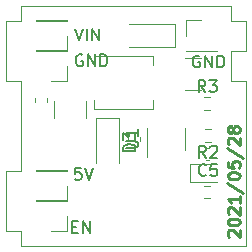
<source format=gbr>
%TF.GenerationSoftware,KiCad,Pcbnew,(5.1.9)-1*%
%TF.CreationDate,2021-06-07T16:13:34+02:00*%
%TF.ProjectId,16_STEP_DOWN,31365f53-5445-4505-9f44-4f574e2e6b69,rev?*%
%TF.SameCoordinates,Original*%
%TF.FileFunction,Legend,Top*%
%TF.FilePolarity,Positive*%
%FSLAX46Y46*%
G04 Gerber Fmt 4.6, Leading zero omitted, Abs format (unit mm)*
G04 Created by KiCad (PCBNEW (5.1.9)-1) date 2021-06-07 16:13:34*
%MOMM*%
%LPD*%
G01*
G04 APERTURE LIST*
%ADD10C,0.150000*%
%TA.AperFunction,Profile*%
%ADD11C,0.050000*%
%TD*%
%ADD12C,0.250000*%
%ADD13C,0.120000*%
G04 APERTURE END LIST*
D10*
X105901904Y-79668571D02*
X106235238Y-79668571D01*
X106378095Y-80192380D02*
X105901904Y-80192380D01*
X105901904Y-79192380D01*
X106378095Y-79192380D01*
X106806666Y-80192380D02*
X106806666Y-79192380D01*
X107378095Y-80192380D01*
X107378095Y-79192380D01*
X116678095Y-65240000D02*
X116582857Y-65192380D01*
X116440000Y-65192380D01*
X116297142Y-65240000D01*
X116201904Y-65335238D01*
X116154285Y-65430476D01*
X116106666Y-65620952D01*
X116106666Y-65763809D01*
X116154285Y-65954285D01*
X116201904Y-66049523D01*
X116297142Y-66144761D01*
X116440000Y-66192380D01*
X116535238Y-66192380D01*
X116678095Y-66144761D01*
X116725714Y-66097142D01*
X116725714Y-65763809D01*
X116535238Y-65763809D01*
X117154285Y-66192380D02*
X117154285Y-65192380D01*
X117725714Y-66192380D01*
X117725714Y-65192380D01*
X118201904Y-66192380D02*
X118201904Y-65192380D01*
X118440000Y-65192380D01*
X118582857Y-65240000D01*
X118678095Y-65335238D01*
X118725714Y-65430476D01*
X118773333Y-65620952D01*
X118773333Y-65763809D01*
X118725714Y-65954285D01*
X118678095Y-66049523D01*
X118582857Y-66144761D01*
X118440000Y-66192380D01*
X118201904Y-66192380D01*
X106144761Y-62892380D02*
X106478095Y-63892380D01*
X106811428Y-62892380D01*
X107144761Y-63892380D02*
X107144761Y-62892380D01*
X107620952Y-63892380D02*
X107620952Y-62892380D01*
X108192380Y-63892380D01*
X108192380Y-62892380D01*
D11*
X119380000Y-67310000D02*
X120650000Y-67310000D01*
X119380000Y-64770000D02*
X119380000Y-67310000D01*
X120650000Y-64770000D02*
X119380000Y-64770000D01*
X120650000Y-62230000D02*
X120650000Y-64770000D01*
X119380000Y-62230000D02*
X120650000Y-62230000D01*
X119380000Y-60960000D02*
X119380000Y-62230000D01*
D10*
X106649523Y-74692380D02*
X106173333Y-74692380D01*
X106125714Y-75168571D01*
X106173333Y-75120952D01*
X106268571Y-75073333D01*
X106506666Y-75073333D01*
X106601904Y-75120952D01*
X106649523Y-75168571D01*
X106697142Y-75263809D01*
X106697142Y-75501904D01*
X106649523Y-75597142D01*
X106601904Y-75644761D01*
X106506666Y-75692380D01*
X106268571Y-75692380D01*
X106173333Y-75644761D01*
X106125714Y-75597142D01*
X106982857Y-74692380D02*
X107316190Y-75692380D01*
X107649523Y-74692380D01*
D11*
X113665000Y-60960000D02*
X119380000Y-60960000D01*
X114935000Y-81280000D02*
X120650000Y-81280000D01*
X101600000Y-62230000D02*
X101600000Y-60960000D01*
X100330000Y-62230000D02*
X101600000Y-62230000D01*
X100330000Y-64770000D02*
X100330000Y-62230000D01*
X101600000Y-67310000D02*
X100330000Y-67310000D01*
X101600000Y-74930000D02*
X101600000Y-67310000D01*
X100330000Y-74930000D02*
X101600000Y-74930000D01*
D10*
X106778095Y-65140000D02*
X106682857Y-65092380D01*
X106540000Y-65092380D01*
X106397142Y-65140000D01*
X106301904Y-65235238D01*
X106254285Y-65330476D01*
X106206666Y-65520952D01*
X106206666Y-65663809D01*
X106254285Y-65854285D01*
X106301904Y-65949523D01*
X106397142Y-66044761D01*
X106540000Y-66092380D01*
X106635238Y-66092380D01*
X106778095Y-66044761D01*
X106825714Y-65997142D01*
X106825714Y-65663809D01*
X106635238Y-65663809D01*
X107254285Y-66092380D02*
X107254285Y-65092380D01*
X107825714Y-66092380D01*
X107825714Y-65092380D01*
X108301904Y-66092380D02*
X108301904Y-65092380D01*
X108540000Y-65092380D01*
X108682857Y-65140000D01*
X108778095Y-65235238D01*
X108825714Y-65330476D01*
X108873333Y-65520952D01*
X108873333Y-65663809D01*
X108825714Y-65854285D01*
X108778095Y-65949523D01*
X108682857Y-66044761D01*
X108540000Y-66092380D01*
X108301904Y-66092380D01*
D11*
X120650000Y-67310000D02*
X120650000Y-81280000D01*
X101600000Y-60960000D02*
X113665000Y-60960000D01*
X101600000Y-80010000D02*
X101600000Y-81280000D01*
X100330000Y-80010000D02*
X101600000Y-80010000D01*
X100330000Y-64770000D02*
X100330000Y-67310000D01*
X114935000Y-81280000D02*
X101600000Y-81280000D01*
X100330000Y-80010000D02*
X100330000Y-74930000D01*
D12*
X119187619Y-80506666D02*
X119140000Y-80459047D01*
X119092380Y-80363809D01*
X119092380Y-80125714D01*
X119140000Y-80030476D01*
X119187619Y-79982857D01*
X119282857Y-79935238D01*
X119378095Y-79935238D01*
X119520952Y-79982857D01*
X120092380Y-80554285D01*
X120092380Y-79935238D01*
X119092380Y-79316190D02*
X119092380Y-79220952D01*
X119140000Y-79125714D01*
X119187619Y-79078095D01*
X119282857Y-79030476D01*
X119473333Y-78982857D01*
X119711428Y-78982857D01*
X119901904Y-79030476D01*
X119997142Y-79078095D01*
X120044761Y-79125714D01*
X120092380Y-79220952D01*
X120092380Y-79316190D01*
X120044761Y-79411428D01*
X119997142Y-79459047D01*
X119901904Y-79506666D01*
X119711428Y-79554285D01*
X119473333Y-79554285D01*
X119282857Y-79506666D01*
X119187619Y-79459047D01*
X119140000Y-79411428D01*
X119092380Y-79316190D01*
X119187619Y-78601904D02*
X119140000Y-78554285D01*
X119092380Y-78459047D01*
X119092380Y-78220952D01*
X119140000Y-78125714D01*
X119187619Y-78078095D01*
X119282857Y-78030476D01*
X119378095Y-78030476D01*
X119520952Y-78078095D01*
X120092380Y-78649523D01*
X120092380Y-78030476D01*
X120092380Y-77078095D02*
X120092380Y-77649523D01*
X120092380Y-77363809D02*
X119092380Y-77363809D01*
X119235238Y-77459047D01*
X119330476Y-77554285D01*
X119378095Y-77649523D01*
X119044761Y-75935238D02*
X120330476Y-76792380D01*
X119092380Y-75411428D02*
X119092380Y-75316190D01*
X119140000Y-75220952D01*
X119187619Y-75173333D01*
X119282857Y-75125714D01*
X119473333Y-75078095D01*
X119711428Y-75078095D01*
X119901904Y-75125714D01*
X119997142Y-75173333D01*
X120044761Y-75220952D01*
X120092380Y-75316190D01*
X120092380Y-75411428D01*
X120044761Y-75506666D01*
X119997142Y-75554285D01*
X119901904Y-75601904D01*
X119711428Y-75649523D01*
X119473333Y-75649523D01*
X119282857Y-75601904D01*
X119187619Y-75554285D01*
X119140000Y-75506666D01*
X119092380Y-75411428D01*
X119092380Y-74173333D02*
X119092380Y-74649523D01*
X119568571Y-74697142D01*
X119520952Y-74649523D01*
X119473333Y-74554285D01*
X119473333Y-74316190D01*
X119520952Y-74220952D01*
X119568571Y-74173333D01*
X119663809Y-74125714D01*
X119901904Y-74125714D01*
X119997142Y-74173333D01*
X120044761Y-74220952D01*
X120092380Y-74316190D01*
X120092380Y-74554285D01*
X120044761Y-74649523D01*
X119997142Y-74697142D01*
X119044761Y-72982857D02*
X120330476Y-73840000D01*
X119187619Y-72697142D02*
X119140000Y-72649523D01*
X119092380Y-72554285D01*
X119092380Y-72316190D01*
X119140000Y-72220952D01*
X119187619Y-72173333D01*
X119282857Y-72125714D01*
X119378095Y-72125714D01*
X119520952Y-72173333D01*
X120092380Y-72744761D01*
X120092380Y-72125714D01*
X119520952Y-71554285D02*
X119473333Y-71649523D01*
X119425714Y-71697142D01*
X119330476Y-71744761D01*
X119282857Y-71744761D01*
X119187619Y-71697142D01*
X119140000Y-71649523D01*
X119092380Y-71554285D01*
X119092380Y-71363809D01*
X119140000Y-71268571D01*
X119187619Y-71220952D01*
X119282857Y-71173333D01*
X119330476Y-71173333D01*
X119425714Y-71220952D01*
X119473333Y-71268571D01*
X119520952Y-71363809D01*
X119520952Y-71554285D01*
X119568571Y-71649523D01*
X119616190Y-71697142D01*
X119711428Y-71744761D01*
X119901904Y-71744761D01*
X119997142Y-71697142D01*
X120044761Y-71649523D01*
X120092380Y-71554285D01*
X120092380Y-71363809D01*
X120044761Y-71268571D01*
X119997142Y-71220952D01*
X119901904Y-71173333D01*
X119711428Y-71173333D01*
X119616190Y-71220952D01*
X119568571Y-71268571D01*
X119520952Y-71363809D01*
D13*
%TO.C,C5*%
X117530580Y-72980000D02*
X117249420Y-72980000D01*
X117530580Y-74000000D02*
X117249420Y-74000000D01*
%TO.C,R3*%
X117102742Y-68717500D02*
X117577258Y-68717500D01*
X117102742Y-69762500D02*
X117577258Y-69762500D01*
%TO.C,R2*%
X117627258Y-71417500D02*
X117152742Y-71417500D01*
X117627258Y-72462500D02*
X117152742Y-72462500D01*
%TO.C,J5*%
X105470000Y-77530000D02*
X104140000Y-77530000D01*
X105470000Y-76200000D02*
X105470000Y-77530000D01*
X105470000Y-74930000D02*
X102810000Y-74930000D01*
X102810000Y-74930000D02*
X102810000Y-74870000D01*
X105470000Y-74930000D02*
X105470000Y-74870000D01*
X105470000Y-74870000D02*
X102810000Y-74870000D01*
%TO.C,J1*%
X105470000Y-80070000D02*
X104140000Y-80070000D01*
X105470000Y-78740000D02*
X105470000Y-80070000D01*
X105470000Y-77470000D02*
X102810000Y-77470000D01*
X102810000Y-77470000D02*
X102810000Y-77410000D01*
X105470000Y-77470000D02*
X105470000Y-77410000D01*
X105470000Y-77410000D02*
X102810000Y-77410000D01*
%TO.C,J3*%
X105470000Y-64830000D02*
X104140000Y-64830000D01*
X105470000Y-63500000D02*
X105470000Y-64830000D01*
X105470000Y-62230000D02*
X102810000Y-62230000D01*
X102810000Y-62230000D02*
X102810000Y-62170000D01*
X105470000Y-62230000D02*
X105470000Y-62170000D01*
X105470000Y-62170000D02*
X102810000Y-62170000D01*
%TO.C,J4*%
X105470000Y-67370000D02*
X104140000Y-67370000D01*
X105470000Y-66040000D02*
X105470000Y-67370000D01*
X105470000Y-64770000D02*
X102810000Y-64770000D01*
X102810000Y-64770000D02*
X102810000Y-64710000D01*
X105470000Y-64770000D02*
X105470000Y-64710000D01*
X105470000Y-64710000D02*
X102810000Y-64710000D01*
%TO.C,J2*%
X115510000Y-62170000D02*
X116840000Y-62170000D01*
X115510000Y-63500000D02*
X115510000Y-62170000D01*
X115510000Y-64770000D02*
X118170000Y-64770000D01*
X118170000Y-64770000D02*
X118170000Y-64830000D01*
X115510000Y-64770000D02*
X115510000Y-64830000D01*
X115510000Y-64830000D02*
X118170000Y-64830000D01*
%TO.C,C3*%
X102730000Y-68799420D02*
X102730000Y-69080580D01*
X103750000Y-68799420D02*
X103750000Y-69080580D01*
%TO.C,C2*%
X115428748Y-68100000D02*
X116851252Y-68100000D01*
X115428748Y-65380000D02*
X116851252Y-65380000D01*
%TO.C,C1*%
X111650000Y-72380580D02*
X111650000Y-72099420D01*
X110630000Y-72380580D02*
X110630000Y-72099420D01*
%TO.C,C4*%
X107100000Y-69028748D02*
X107100000Y-70451252D01*
X104380000Y-69028748D02*
X104380000Y-70451252D01*
%TO.C,D2*%
X114590000Y-64500000D02*
X114590000Y-62500000D01*
X114590000Y-62500000D02*
X110740000Y-62500000D01*
X114590000Y-64500000D02*
X110740000Y-64500000D01*
%TO.C,D1*%
X118140000Y-74405000D02*
X115855000Y-74405000D01*
X115855000Y-74405000D02*
X115855000Y-75875000D01*
X115855000Y-75875000D02*
X118140000Y-75875000D01*
%TO.C,L1*%
X107740000Y-65940000D02*
X107740000Y-65190000D01*
X107740000Y-65190000D02*
X112740000Y-65190000D01*
X112740000Y-65190000D02*
X112740000Y-65940000D01*
X107740000Y-68940000D02*
X107740000Y-69690000D01*
X107740000Y-69690000D02*
X112740000Y-69690000D01*
X112740000Y-69690000D02*
X112740000Y-68940000D01*
%TO.C,R1*%
X117102742Y-76217500D02*
X117577258Y-76217500D01*
X117102742Y-77262500D02*
X117577258Y-77262500D01*
%TO.C,D3*%
X109890000Y-70440000D02*
X109890000Y-74290000D01*
X107890000Y-70440000D02*
X107890000Y-74290000D01*
X109890000Y-70440000D02*
X107890000Y-70440000D01*
%TO.C,U1*%
X112280000Y-71340000D02*
X112280000Y-73790000D01*
X115500000Y-73140000D02*
X115500000Y-71340000D01*
%TD*%
%TO.C,C5*%
D10*
X117223333Y-75277142D02*
X117175714Y-75324761D01*
X117032857Y-75372380D01*
X116937619Y-75372380D01*
X116794761Y-75324761D01*
X116699523Y-75229523D01*
X116651904Y-75134285D01*
X116604285Y-74943809D01*
X116604285Y-74800952D01*
X116651904Y-74610476D01*
X116699523Y-74515238D01*
X116794761Y-74420000D01*
X116937619Y-74372380D01*
X117032857Y-74372380D01*
X117175714Y-74420000D01*
X117223333Y-74467619D01*
X118128095Y-74372380D02*
X117651904Y-74372380D01*
X117604285Y-74848571D01*
X117651904Y-74800952D01*
X117747142Y-74753333D01*
X117985238Y-74753333D01*
X118080476Y-74800952D01*
X118128095Y-74848571D01*
X118175714Y-74943809D01*
X118175714Y-75181904D01*
X118128095Y-75277142D01*
X118080476Y-75324761D01*
X117985238Y-75372380D01*
X117747142Y-75372380D01*
X117651904Y-75324761D01*
X117604285Y-75277142D01*
%TO.C,R3*%
X117173333Y-68262380D02*
X116840000Y-67786190D01*
X116601904Y-68262380D02*
X116601904Y-67262380D01*
X116982857Y-67262380D01*
X117078095Y-67310000D01*
X117125714Y-67357619D01*
X117173333Y-67452857D01*
X117173333Y-67595714D01*
X117125714Y-67690952D01*
X117078095Y-67738571D01*
X116982857Y-67786190D01*
X116601904Y-67786190D01*
X117506666Y-67262380D02*
X118125714Y-67262380D01*
X117792380Y-67643333D01*
X117935238Y-67643333D01*
X118030476Y-67690952D01*
X118078095Y-67738571D01*
X118125714Y-67833809D01*
X118125714Y-68071904D01*
X118078095Y-68167142D01*
X118030476Y-68214761D01*
X117935238Y-68262380D01*
X117649523Y-68262380D01*
X117554285Y-68214761D01*
X117506666Y-68167142D01*
%TO.C,R2*%
X117223333Y-73822380D02*
X116890000Y-73346190D01*
X116651904Y-73822380D02*
X116651904Y-72822380D01*
X117032857Y-72822380D01*
X117128095Y-72870000D01*
X117175714Y-72917619D01*
X117223333Y-73012857D01*
X117223333Y-73155714D01*
X117175714Y-73250952D01*
X117128095Y-73298571D01*
X117032857Y-73346190D01*
X116651904Y-73346190D01*
X117604285Y-72917619D02*
X117651904Y-72870000D01*
X117747142Y-72822380D01*
X117985238Y-72822380D01*
X118080476Y-72870000D01*
X118128095Y-72917619D01*
X118175714Y-73012857D01*
X118175714Y-73108095D01*
X118128095Y-73250952D01*
X117556666Y-73822380D01*
X118175714Y-73822380D01*
%TO.C,D3*%
X111247380Y-73251095D02*
X110247380Y-73251095D01*
X110247380Y-73013000D01*
X110295000Y-72870142D01*
X110390238Y-72774904D01*
X110485476Y-72727285D01*
X110675952Y-72679666D01*
X110818809Y-72679666D01*
X111009285Y-72727285D01*
X111104523Y-72774904D01*
X111199761Y-72870142D01*
X111247380Y-73013000D01*
X111247380Y-73251095D01*
X110247380Y-72346333D02*
X110247380Y-71727285D01*
X110628333Y-72060619D01*
X110628333Y-71917761D01*
X110675952Y-71822523D01*
X110723571Y-71774904D01*
X110818809Y-71727285D01*
X111056904Y-71727285D01*
X111152142Y-71774904D01*
X111199761Y-71822523D01*
X111247380Y-71917761D01*
X111247380Y-72203476D01*
X111199761Y-72298714D01*
X111152142Y-72346333D01*
%TO.C,U1*%
X110442380Y-73001904D02*
X111251904Y-73001904D01*
X111347142Y-72954285D01*
X111394761Y-72906666D01*
X111442380Y-72811428D01*
X111442380Y-72620952D01*
X111394761Y-72525714D01*
X111347142Y-72478095D01*
X111251904Y-72430476D01*
X110442380Y-72430476D01*
X111442380Y-71430476D02*
X111442380Y-72001904D01*
X111442380Y-71716190D02*
X110442380Y-71716190D01*
X110585238Y-71811428D01*
X110680476Y-71906666D01*
X110728095Y-72001904D01*
%TD*%
M02*

</source>
